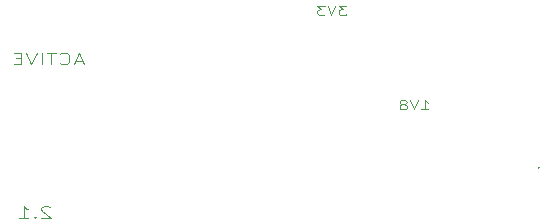
<source format=gbr>
%TF.GenerationSoftware,KiCad,Pcbnew,(7.0.0-0)*%
%TF.CreationDate,2023-03-31T14:52:11+11:00*%
%TF.ProjectId,Notecarrier-B,4e6f7465-6361-4727-9269-65722d422e6b,A*%
%TF.SameCoordinates,Original*%
%TF.FileFunction,Legend,Bot*%
%TF.FilePolarity,Positive*%
%FSLAX46Y46*%
G04 Gerber Fmt 4.6, Leading zero omitted, Abs format (unit mm)*
G04 Created by KiCad (PCBNEW (7.0.0-0)) date 2023-03-31 14:52:11*
%MOMM*%
%LPD*%
G01*
G04 APERTURE LIST*
%ADD10C,0.150000*%
%ADD11C,0.087500*%
%ADD12C,0.125000*%
G04 APERTURE END LIST*
D10*
X142650000Y-86030000D02*
G75*
G03*
X142650000Y-86030000I-50000J0D01*
G01*
D11*
X126307142Y-72325904D02*
X125688095Y-72325904D01*
X125688095Y-72325904D02*
X126021428Y-72630666D01*
X126021428Y-72630666D02*
X125878571Y-72630666D01*
X125878571Y-72630666D02*
X125783333Y-72668761D01*
X125783333Y-72668761D02*
X125735714Y-72706857D01*
X125735714Y-72706857D02*
X125688095Y-72783047D01*
X125688095Y-72783047D02*
X125688095Y-72973523D01*
X125688095Y-72973523D02*
X125735714Y-73049714D01*
X125735714Y-73049714D02*
X125783333Y-73087809D01*
X125783333Y-73087809D02*
X125878571Y-73125904D01*
X125878571Y-73125904D02*
X126164285Y-73125904D01*
X126164285Y-73125904D02*
X126259523Y-73087809D01*
X126259523Y-73087809D02*
X126307142Y-73049714D01*
X125402380Y-72325904D02*
X125069047Y-73125904D01*
X125069047Y-73125904D02*
X124735714Y-72325904D01*
X124497618Y-72325904D02*
X123878571Y-72325904D01*
X123878571Y-72325904D02*
X124211904Y-72630666D01*
X124211904Y-72630666D02*
X124069047Y-72630666D01*
X124069047Y-72630666D02*
X123973809Y-72668761D01*
X123973809Y-72668761D02*
X123926190Y-72706857D01*
X123926190Y-72706857D02*
X123878571Y-72783047D01*
X123878571Y-72783047D02*
X123878571Y-72973523D01*
X123878571Y-72973523D02*
X123926190Y-73049714D01*
X123926190Y-73049714D02*
X123973809Y-73087809D01*
X123973809Y-73087809D02*
X124069047Y-73125904D01*
X124069047Y-73125904D02*
X124354761Y-73125904D01*
X124354761Y-73125904D02*
X124449999Y-73087809D01*
X124449999Y-73087809D02*
X124497618Y-73049714D01*
X132663095Y-81100904D02*
X133234523Y-81100904D01*
X132948809Y-81100904D02*
X132948809Y-80300904D01*
X132948809Y-80300904D02*
X133044047Y-80415190D01*
X133044047Y-80415190D02*
X133139285Y-80491380D01*
X133139285Y-80491380D02*
X133234523Y-80529476D01*
X132377380Y-80300904D02*
X132044047Y-81100904D01*
X132044047Y-81100904D02*
X131710714Y-80300904D01*
X131234523Y-80643761D02*
X131329761Y-80605666D01*
X131329761Y-80605666D02*
X131377380Y-80567571D01*
X131377380Y-80567571D02*
X131424999Y-80491380D01*
X131424999Y-80491380D02*
X131424999Y-80453285D01*
X131424999Y-80453285D02*
X131377380Y-80377095D01*
X131377380Y-80377095D02*
X131329761Y-80339000D01*
X131329761Y-80339000D02*
X131234523Y-80300904D01*
X131234523Y-80300904D02*
X131044047Y-80300904D01*
X131044047Y-80300904D02*
X130948809Y-80339000D01*
X130948809Y-80339000D02*
X130901190Y-80377095D01*
X130901190Y-80377095D02*
X130853571Y-80453285D01*
X130853571Y-80453285D02*
X130853571Y-80491380D01*
X130853571Y-80491380D02*
X130901190Y-80567571D01*
X130901190Y-80567571D02*
X130948809Y-80605666D01*
X130948809Y-80605666D02*
X131044047Y-80643761D01*
X131044047Y-80643761D02*
X131234523Y-80643761D01*
X131234523Y-80643761D02*
X131329761Y-80681857D01*
X131329761Y-80681857D02*
X131377380Y-80719952D01*
X131377380Y-80719952D02*
X131424999Y-80796142D01*
X131424999Y-80796142D02*
X131424999Y-80948523D01*
X131424999Y-80948523D02*
X131377380Y-81024714D01*
X131377380Y-81024714D02*
X131329761Y-81062809D01*
X131329761Y-81062809D02*
X131234523Y-81100904D01*
X131234523Y-81100904D02*
X131044047Y-81100904D01*
X131044047Y-81100904D02*
X130948809Y-81062809D01*
X130948809Y-81062809D02*
X130901190Y-81024714D01*
X130901190Y-81024714D02*
X130853571Y-80948523D01*
X130853571Y-80948523D02*
X130853571Y-80796142D01*
X130853571Y-80796142D02*
X130901190Y-80719952D01*
X130901190Y-80719952D02*
X130948809Y-80681857D01*
X130948809Y-80681857D02*
X131044047Y-80643761D01*
D12*
X104002380Y-76996666D02*
X103383333Y-76996666D01*
X104126190Y-77282380D02*
X103692857Y-76282380D01*
X103692857Y-76282380D02*
X103259523Y-77282380D01*
X102083333Y-77187142D02*
X102145237Y-77234761D01*
X102145237Y-77234761D02*
X102330952Y-77282380D01*
X102330952Y-77282380D02*
X102454761Y-77282380D01*
X102454761Y-77282380D02*
X102640475Y-77234761D01*
X102640475Y-77234761D02*
X102764285Y-77139523D01*
X102764285Y-77139523D02*
X102826190Y-77044285D01*
X102826190Y-77044285D02*
X102888094Y-76853809D01*
X102888094Y-76853809D02*
X102888094Y-76710952D01*
X102888094Y-76710952D02*
X102826190Y-76520476D01*
X102826190Y-76520476D02*
X102764285Y-76425238D01*
X102764285Y-76425238D02*
X102640475Y-76330000D01*
X102640475Y-76330000D02*
X102454761Y-76282380D01*
X102454761Y-76282380D02*
X102330952Y-76282380D01*
X102330952Y-76282380D02*
X102145237Y-76330000D01*
X102145237Y-76330000D02*
X102083333Y-76377619D01*
X101711904Y-76282380D02*
X100969047Y-76282380D01*
X101340475Y-77282380D02*
X101340475Y-76282380D01*
X100535714Y-77282380D02*
X100535714Y-76282380D01*
X100102380Y-76282380D02*
X99669047Y-77282380D01*
X99669047Y-77282380D02*
X99235713Y-76282380D01*
X98802380Y-76758571D02*
X98369046Y-76758571D01*
X98183332Y-77282380D02*
X98802380Y-77282380D01*
X98802380Y-77282380D02*
X98802380Y-76282380D01*
X98802380Y-76282380D02*
X98183332Y-76282380D01*
X101252380Y-89377619D02*
X101190476Y-89330000D01*
X101190476Y-89330000D02*
X101066666Y-89282380D01*
X101066666Y-89282380D02*
X100757142Y-89282380D01*
X100757142Y-89282380D02*
X100633333Y-89330000D01*
X100633333Y-89330000D02*
X100571428Y-89377619D01*
X100571428Y-89377619D02*
X100509523Y-89472857D01*
X100509523Y-89472857D02*
X100509523Y-89568095D01*
X100509523Y-89568095D02*
X100571428Y-89710952D01*
X100571428Y-89710952D02*
X101314285Y-90282380D01*
X101314285Y-90282380D02*
X100509523Y-90282380D01*
X99952381Y-90187142D02*
X99890476Y-90234761D01*
X99890476Y-90234761D02*
X99952381Y-90282380D01*
X99952381Y-90282380D02*
X100014285Y-90234761D01*
X100014285Y-90234761D02*
X99952381Y-90187142D01*
X99952381Y-90187142D02*
X99952381Y-90282380D01*
X98652380Y-90282380D02*
X99395237Y-90282380D01*
X99023809Y-90282380D02*
X99023809Y-89282380D01*
X99023809Y-89282380D02*
X99147618Y-89425238D01*
X99147618Y-89425238D02*
X99271428Y-89520476D01*
X99271428Y-89520476D02*
X99395237Y-89568095D01*
M02*

</source>
